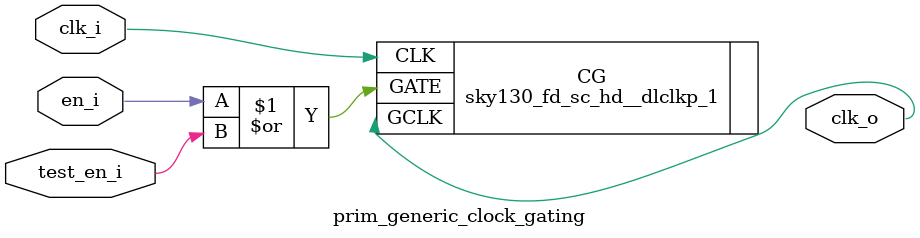
<source format=sv>

module prim_generic_clock_gating #(
  parameter bit NoFpgaGate = 1'b0 // this parameter has no function in generic
) (
  input        clk_i,
  input        en_i,
  input        test_en_i,
  output logic clk_o
);

sky130_fd_sc_hd__dlclkp_1 CG( .CLK(clk_i), .GCLK(clk_o), .GATE(en_i | test_en_i));

endmodule

</source>
